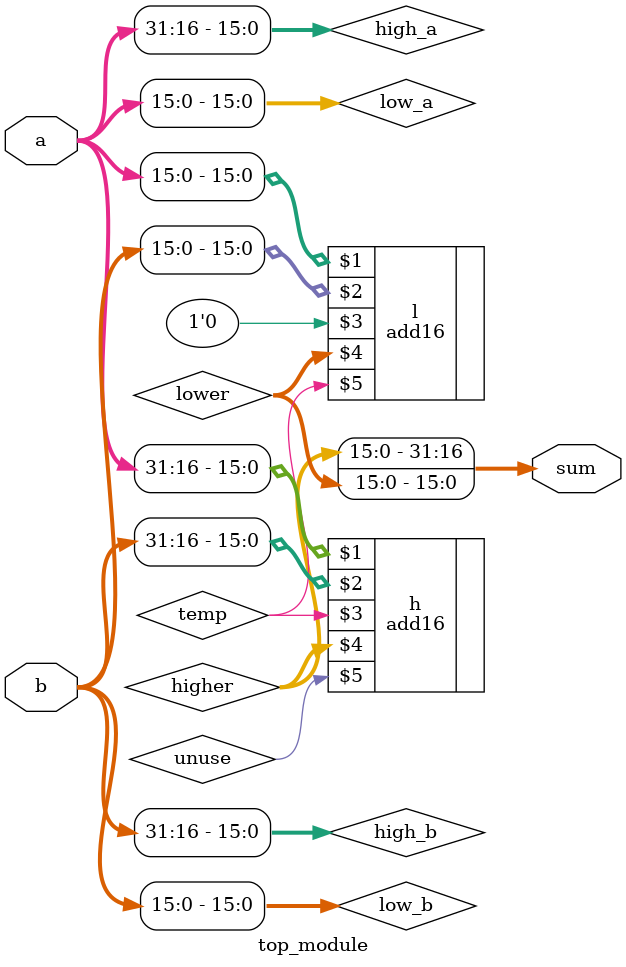
<source format=v>

module add1 ( input a, input b, input cin,   output sum, output cout );
// Full adder module here
/*
a 0 0 1 1
b 0
c 0
o 0
*/
assign {cout, sum} = a + b + cin;
endmodule

// module add16 ( input[15:0] a, input[15:0] b, input cin, output[15:0] sum, output cout);
// wire c1,c2,c3,c4,c5,c6,c7,c8,c9,c10,c11,c12,c13,c14,c15;

// add1 inst_0(.a(a[0]),.b(b[0]),.cin(cin),.sum(sum[0]),.cout(c1));
// add1 inst_1(.a(a[1]),.b(b[1]),.cin(c1),.sum(sum[1]),.cout(c2));
// add1 inst_2(.a(a[2]),.b(b[2]),.cin(c2),.sum(sum[2]),.cout(c3));
// add1 inst_3(.a(a[3]),.b(b[3]),.cin(c3),.sum(sum[3]),.cout(c4));
// add1 inst_4(.a(a[4]),.b(b[4]),.cin(c4),.sum(sum[4]),.cout(c5));
// add1 inst_5(.a(a[5]),.b(b[5]),.cin(c5),.sum(sum[5]),.cout(c6));
// add1 inst_6(.a(a[6]),.b(b[6]),.cin(c6),.sum(sum[6]),.cout(c7));
// add1 inst_7(.a(a[7]),.b(b[7]),.cin(c7),.sum(sum[7]),.cout(c8));
// add1 inst_8(.a(a[8]),.b(b[8]),.cin(c8),.sum(sum[8]),.cout(c9));
// add1 inst_9(.a(a[9]),.b(b[9]),.cin(c9),.sum(sum[9]),.cout(c10));
// add1 inst_10(.a(a[10]),.b(b[10]),.cin(c10),.sum(sum[10]),.cout(c11));
// add1 inst_11(.a(a[11]),.b(b[11]),.cin(c11),.sum(sum[11]),.cout(c12));
// add1 inst_12(.a(a[12]),.b(b[12]),.cin(c12),.sum(sum[12]),.cout(c13));
// add1 inst_13(.a(a[13]),.b(b[13]),.cin(c13),.sum(sum[13]),.cout(c14));
// add1 inst_14(.a(a[14]),.b(b[14]),.cin(c14),.sum(sum[14]),.cout(c15));
// add1 inst_15(.a(a[15]),.b(b[15]),.cin(c15),.sum(sum[15]),.cout(cout));
// endmodule

module top_module (
    input [31:0] a,
    input [31:0] b,
    output [31:0] sum);
wire [15:0] low_a, low_b;
wire [15:0] high_a, high_b;
wire [15:0] lower, higher;

wire temp, unuse;

assign low_a = a[15:0], low_b = b[15:0];
assign high_a = a[31:16], high_b = b[31:16];

add16 l(low_a, low_b, 1'b0, lower, temp);
add16 h(high_a, high_b, temp, higher, unuse);

assign sum[15:0] = lower;
assign sum[31:16] = higher;
endmodule


</source>
